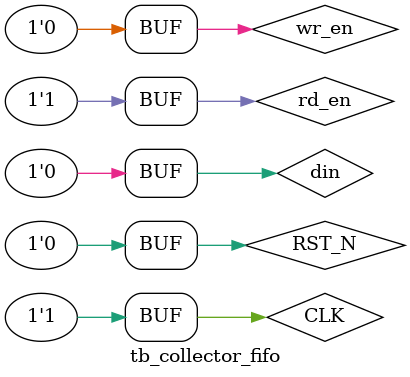
<source format=v>
module tb_collector_fifo(
    
);

    parameter PERIOD = 10;

    reg CLK;
    reg RST_N;
    reg wr_en;
    reg full;
    reg din;
    reg rd_en;
    reg empty;
    reg dout;

    always begin
        CLK = 1'b0;
        #(PERIOD/2) CLK = 1'b1;
        #(PERIOD/2);
    end

    util_collect_fifo #(
        .WRITE_WIDTH(32),
        .READ_SCALE(2)
    ) test_fifo (
        .clk(CLK),
        .rst_n(RST_N),
        .wr_en(wr_en),
        .full(full),
        .din(din),
        .rd_en(rd_en),
        .empty(empty),
        .dout(dout)
    );

    initial begin
    #10
    RST_N = 1;
    #20
    RST_N = 0;
    #10
    wr_en = 1;
    din = 1234;
    #50
    wr_en = 0;
    rd_en = 1;
    end

endmodule
</source>
